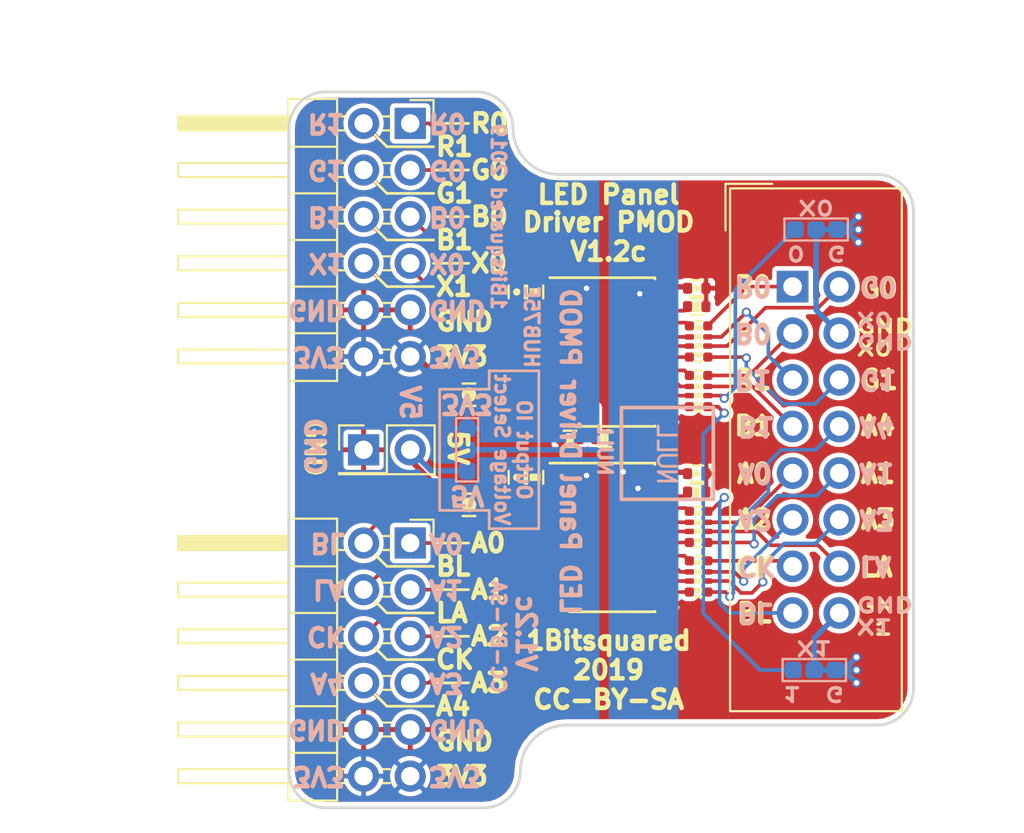
<source format=kicad_pcb>
(kicad_pcb (version 20171130) (host pcbnew 5.1.5-52549c5~86~ubuntu19.10.1)
  (title_block (title "iCEBreaker PMOD - LED Panel HUB75E") (rev V1.2c) (company 1BitSquared) (comment 1 "2018-2019 (C) 1BitSquared <info@1bitsquared.com>") (comment 2 "2018-2019 (C) Piotr Esden-Tempski <piotr@esden.net>") (comment 3 "License: CC-BY-SA 4.0"))
  (layers (0 F.Cu signal) (31 B.Cu signal) (34 B.Paste user) (35 F.Paste user) (36 B.SilkS user) (37 F.SilkS user) (38 B.Mask user) (39 F.Mask user) (44 Edge.Cuts user))
  (net 0 "")
  (net 1 GND)
  (net 2 +3V3)
  (net 3 +5V)
  (net 4 /VCCB)
  (net 5 "Net-(R2-Pad2)")
  (net 6 "Net-(R3-Pad1)")
  (net 7 "Net-(R4-Pad1)")
  (net 8 /iA3)
  (net 9 /iA2)
  (net 10 /iA1)
  (net 11 /iA0)
  (net 12 /iR1)
  (net 13 /iR0)
  (net 14 /iG1)
  (net 15 /iG0)
  (net 16 /iB1)
  (net 17 /iB0)
  (net 18 /A0)
  (net 19 /B1)
  (net 20 /B0)
  (net 21 /G1)
  (net 22 /G0)
  (net 23 /R1)
  (net 24 /R0)
  (net 25 /A1)
  (net 26 /A2)
  (net 27 /A3)
  (net 28 /B0x)
  (net 29 /R1x)
  (net 30 /R0x)
  (net 31 /B1x)
  (net 32 /A0x)
  (net 33 /A2x)
  (net 34 /G1x)
  (net 35 /A4x)
  (net 36 /G0x)
  (net 37 /A1x)
  (net 38 /A4)
  (net 39 /A3x)
  (net 40 /iA4)
  (net 41 /BLANKx)
  (net 42 /BLANK)
  (net 43 /SCLK)
  (net 44 /LATCH)
  (net 45 /LATCHx)
  (net 46 /SCLKx)
  (net 47 /iSCLK)
  (net 48 /iLATCH)
  (net 49 /iBLANK)
  (net 50 "Net-(J6-Pad16)")
  (net 51 /X1x)
  (net 52 /X0x)
  (net 53 "Net-(J3-Pad2)")
  (net 54 /X1)
  (net 55 /X0)
  (net 56 "Net-(R1-Pad1)")
  (net 57 /iX1)
  (net 58 /iX0)
  (module pkl_logos:null_Logo_SilkS_5mm (layer B.Cu) (at 58 44.2 90)
    (fp_text reference REF** hide)
    (fp_text value null_Logo_SilkS_5mm hide)
  )
  (module Connector_IDC:IDC-Header_2x08_P2.54mm_Vertical (layer F.Cu) (at 64.82 35.11)
    (fp_text reference J6 hide)
    (fp_text value Conn_02x08_Odd_Even hide)
    (pad 1 thru_hole rect (at 0 0) (size 1.7272 1.7272) (drill 1.016) (layers *.Cu *.Mask) (net 30 /R0x))
    (pad 2 thru_hole oval (at 2.54 0) (size 1.7272 1.7272) (drill 1.016) (layers *.Cu *.Mask) (net 36 /G0x))
    (pad 3 thru_hole oval (at 0 2.54) (size 1.7272 1.7272) (drill 1.016) (layers *.Cu *.Mask) (net 28 /B0x))
    (pad 4 thru_hole oval (at 2.54 2.54) (size 1.7272 1.7272) (drill 1.016) (layers *.Cu *.Mask) (net 53 "Net-(J3-Pad2)"))
    (pad 5 thru_hole oval (at 0 5.08) (size 1.7272 1.7272) (drill 1.016) (layers *.Cu *.Mask) (net 29 /R1x))
    (pad 6 thru_hole oval (at 2.54 5.08) (size 1.7272 1.7272) (drill 1.016) (layers *.Cu *.Mask) (net 34 /G1x))
    (pad 7 thru_hole oval (at 0 7.62) (size 1.7272 1.7272) (drill 1.016) (layers *.Cu *.Mask) (net 31 /B1x))
    (pad 8 thru_hole oval (at 2.54 7.62) (size 1.7272 1.7272) (drill 1.016) (layers *.Cu *.Mask) (net 35 /A4x))
    (pad 9 thru_hole oval (at 0 10.16) (size 1.7272 1.7272) (drill 1.016) (layers *.Cu *.Mask) (net 32 /A0x))
    (pad 10 thru_hole oval (at 2.54 10.16) (size 1.7272 1.7272) (drill 1.016) (layers *.Cu *.Mask) (net 37 /A1x))
    (pad 11 thru_hole oval (at 0 12.7) (size 1.7272 1.7272) (drill 1.016) (layers *.Cu *.Mask) (net 33 /A2x))
    (pad 12 thru_hole oval (at 2.54 12.7) (size 1.7272 1.7272) (drill 1.016) (layers *.Cu *.Mask) (net 39 /A3x))
    (pad 13 thru_hole oval (at 0 15.24) (size 1.7272 1.7272) (drill 1.016) (layers *.Cu *.Mask) (net 46 /SCLKx))
    (pad 14 thru_hole oval (at 2.54 15.24) (size 1.7272 1.7272) (drill 1.016) (layers *.Cu *.Mask) (net 45 /LATCHx))
    (pad 15 thru_hole oval (at 0 17.78) (size 1.7272 1.7272) (drill 1.016) (layers *.Cu *.Mask) (net 41 /BLANKx))
    (pad 16 thru_hole oval (at 2.54 17.78) (size 1.7272 1.7272) (drill 1.016) (layers *.Cu *.Mask) (net 50 "Net-(J6-Pad16)"))
  )
  (module pkl_dipol:C_0402 (layer F.Cu) (at 49.8 35.4 90)
    (fp_text reference C3)
    (fp_text value 100n)
    (pad 2 smd roundrect (at 0.5 0 90) (size 0.5 0.6) (layers F.Cu F.Paste F.Mask) (net 2 +3V3))
    (pad 1 smd roundrect (at -0.5 0 90) (size 0.5 0.6) (layers F.Cu F.Paste F.Mask) (net 1 GND))
  )
  (module pkl_dipol:C_0402 (layer F.Cu) (at 49.8 45.5 90)
    (fp_text reference C4)
    (fp_text value 100n)
    (pad 1 smd roundrect (at -0.5 0 90) (size 0.5 0.6) (layers F.Cu F.Paste F.Mask) (net 1 GND))
    (pad 2 smd roundrect (at 0.5 0 90) (size 0.5 0.6) (layers F.Cu F.Paste F.Mask) (net 2 +3V3))
  )
  (module pkl_dipol:C_0402 (layer F.Cu) (at 59.6 35.2 180)
    (fp_text reference C5)
    (fp_text value 100n)
    (pad 2 smd roundrect (at 0.5 0 180) (size 0.5 0.6) (layers F.Cu F.Paste F.Mask) (net 4 /VCCB))
    (pad 1 smd roundrect (at -0.5 0 180) (size 0.5 0.6) (layers F.Cu F.Paste F.Mask) (net 1 GND))
  )
  (module pkl_dipol:C_0402 (layer F.Cu) (at 59.6 45.3 180)
    (fp_text reference C6)
    (fp_text value 100n)
    (pad 1 smd roundrect (at -0.5 0 180) (size 0.5 0.6) (layers F.Cu F.Paste F.Mask) (net 1 GND))
    (pad 2 smd roundrect (at 0.5 0 180) (size 0.5 0.6) (layers F.Cu F.Paste F.Mask) (net 4 /VCCB))
  )
  (module pkl_dipol:C_0603 (layer F.Cu) (at 47.2 47)
    (fp_text reference C2)
    (fp_text value 10u)
    (pad 1 smd roundrect (at -0.75 0) (size 0.6 0.9) (layers F.Cu F.Paste F.Mask) (net 3 +5V))
    (pad 2 smd roundrect (at 0.75 0) (size 0.6 0.9) (layers F.Cu F.Paste F.Mask) (net 1 GND))
  )
  (module pkl_dipol:R_0402 (layer F.Cu) (at 54.6 43.4)
    (fp_text reference R10)
    (fp_text value 10k)
    (pad 2 smd roundrect (at 0.5 0) (size 0.5 0.6) (layers F.Cu F.Paste F.Mask) (net 1 GND))
    (pad 1 smd roundrect (at -0.5 0) (size 0.5 0.6) (layers F.Cu F.Paste F.Mask) (net 58 /iX0))
  )
  (module pkl_dipol:R_0402 (layer F.Cu) (at 52.7 43.4 180)
    (fp_text reference R9)
    (fp_text value 10k)
    (pad 1 smd roundrect (at -0.5 0 180) (size 0.5 0.6) (layers F.Cu F.Paste F.Mask) (net 57 /iX1))
    (pad 2 smd roundrect (at 0.5 0 180) (size 0.5 0.6) (layers F.Cu F.Paste F.Mask) (net 1 GND))
  )
  (module pkl_jumpers:J_NCNO_0903_30 (layer B.Cu) (at 66.1 32 180)
    (fp_text reference J3)
    (fp_text value jmp)
    (fp_line (start -0.775 0) (end -0.375 0) (layer B.Cu) (width 0.3))
    (pad 3 smd roundrect (at 1.15 0 180) (size 0.95 0.9) (layers B.Cu B.Paste B.Mask) (net 52 /X0x))
    (pad 2 smd roundrect (at 0 0 180) (size 0.95 0.9) (layers B.Cu B.Paste B.Mask) (net 53 "Net-(J3-Pad2)"))
    (pad 1 smd roundrect (at -1.15 0 180) (size 0.95 0.9) (layers B.Cu B.Paste B.Mask) (net 1 GND))
  )
  (module pkl_jumpers:J_NCNO_0903_30 (layer B.Cu) (at 66 56 180)
    (fp_text reference J7)
    (fp_text value jmp)
    (fp_line (start -0.775 0) (end -0.375 0) (layer B.Cu) (width 0.3))
    (pad 1 smd roundrect (at -1.15 0 180) (size 0.95 0.9) (layers B.Cu B.Paste B.Mask) (net 1 GND))
    (pad 2 smd roundrect (at 0 0 180) (size 0.95 0.9) (layers B.Cu B.Paste B.Mask) (net 50 "Net-(J6-Pad16)"))
    (pad 3 smd roundrect (at 1.15 0 180) (size 0.95 0.9) (layers B.Cu B.Paste B.Mask) (net 51 /X1x))
  )
  (module pkl_dipol:R_Array_Convex_4x0402 (layer F.Cu) (at 59.7 50.9)
    (fp_text reference R8)
    (fp_text value 33E)
    (pad 8 smd roundrect (at 0.5 0.85) (size 0.5 0.5) (layers F.Cu F.Paste F.Mask) (net 35 /A4x))
    (pad 6 smd roundrect (at 0.5 0.25) (size 0.5 0.3) (layers F.Cu F.Paste F.Mask) (net 39 /A3x))
    (pad 4 smd roundrect (at 0.5 -0.25) (size 0.5 0.3) (layers F.Cu F.Paste F.Mask) (net 33 /A2x))
    (pad 2 smd roundrect (at 0.5 -0.85) (size 0.5 0.5) (layers F.Cu F.Paste F.Mask) (net 46 /SCLKx))
    (pad 7 smd roundrect (at -0.5 0.85) (size 0.5 0.5) (layers F.Cu F.Paste F.Mask) (net 38 /A4))
    (pad 1 smd roundrect (at -0.5 -0.85) (size 0.5 0.5) (layers F.Cu F.Paste F.Mask) (net 43 /SCLK))
    (pad 5 smd roundrect (at -0.5 0.25) (size 0.5 0.3) (layers F.Cu F.Paste F.Mask) (net 27 /A3))
    (pad 3 smd roundrect (at -0.5 -0.25) (size 0.5 0.3) (layers F.Cu F.Paste F.Mask) (net 26 /A2))
  )
  (module pkl_dipol:R_Array_Convex_4x0402 (layer F.Cu) (at 59.7 48.2)
    (fp_text reference R7)
    (fp_text value 33E)
    (pad 3 smd roundrect (at -0.5 -0.25) (size 0.5 0.3) (layers F.Cu F.Paste F.Mask) (net 18 /A0))
    (pad 5 smd roundrect (at -0.5 0.25) (size 0.5 0.3) (layers F.Cu F.Paste F.Mask) (net 44 /LATCH))
    (pad 1 smd roundrect (at -0.5 -0.85) (size 0.5 0.5) (layers F.Cu F.Paste F.Mask) (net 42 /BLANK))
    (pad 7 smd roundrect (at -0.5 0.85) (size 0.5 0.5) (layers F.Cu F.Paste F.Mask) (net 25 /A1))
    (pad 2 smd roundrect (at 0.5 -0.85) (size 0.5 0.5) (layers F.Cu F.Paste F.Mask) (net 41 /BLANKx))
    (pad 4 smd roundrect (at 0.5 -0.25) (size 0.5 0.3) (layers F.Cu F.Paste F.Mask) (net 32 /A0x))
    (pad 6 smd roundrect (at 0.5 0.25) (size 0.5 0.3) (layers F.Cu F.Paste F.Mask) (net 45 /LATCHx))
    (pad 8 smd roundrect (at 0.5 0.85) (size 0.5 0.5) (layers F.Cu F.Paste F.Mask) (net 37 /A1x))
  )
  (module pkl_dipol:R_Array_Convex_4x0402 (layer F.Cu) (at 59.7 40.8)
    (fp_text reference R6)
    (fp_text value 33E)
    (pad 8 smd roundrect (at 0.5 0.85) (size 0.5 0.5) (layers F.Cu F.Paste F.Mask) (net 51 /X1x))
    (pad 6 smd roundrect (at 0.5 0.25) (size 0.5 0.3) (layers F.Cu F.Paste F.Mask) (net 52 /X0x))
    (pad 4 smd roundrect (at 0.5 -0.25) (size 0.5 0.3) (layers F.Cu F.Paste F.Mask) (net 31 /B1x))
    (pad 2 smd roundrect (at 0.5 -0.85) (size 0.5 0.5) (layers F.Cu F.Paste F.Mask) (net 28 /B0x))
    (pad 7 smd roundrect (at -0.5 0.85) (size 0.5 0.5) (layers F.Cu F.Paste F.Mask) (net 54 /X1))
    (pad 1 smd roundrect (at -0.5 -0.85) (size 0.5 0.5) (layers F.Cu F.Paste F.Mask) (net 20 /B0))
    (pad 5 smd roundrect (at -0.5 0.25) (size 0.5 0.3) (layers F.Cu F.Paste F.Mask) (net 55 /X0))
    (pad 3 smd roundrect (at -0.5 -0.25) (size 0.5 0.3) (layers F.Cu F.Paste F.Mask) (net 19 /B1))
  )
  (module pkl_dipol:R_Array_Convex_4x0402 (layer F.Cu) (at 59.7 38.1)
    (fp_text reference R5)
    (fp_text value 33E)
    (pad 3 smd roundrect (at -0.5 -0.25) (size 0.5 0.3) (layers F.Cu F.Paste F.Mask) (net 23 /R1))
    (pad 5 smd roundrect (at -0.5 0.25) (size 0.5 0.3) (layers F.Cu F.Paste F.Mask) (net 22 /G0))
    (pad 1 smd roundrect (at -0.5 -0.85) (size 0.5 0.5) (layers F.Cu F.Paste F.Mask) (net 24 /R0))
    (pad 7 smd roundrect (at -0.5 0.85) (size 0.5 0.5) (layers F.Cu F.Paste F.Mask) (net 21 /G1))
    (pad 2 smd roundrect (at 0.5 -0.85) (size 0.5 0.5) (layers F.Cu F.Paste F.Mask) (net 30 /R0x))
    (pad 4 smd roundrect (at 0.5 -0.25) (size 0.5 0.3) (layers F.Cu F.Paste F.Mask) (net 29 /R1x))
    (pad 6 smd roundrect (at 0.5 0.25) (size 0.5 0.3) (layers F.Cu F.Paste F.Mask) (net 36 /G0x))
    (pad 8 smd roundrect (at 0.5 0.85) (size 0.5 0.5) (layers F.Cu F.Paste F.Mask) (net 34 /G1x))
  )
  (module pkl_jumpers:J_NCNO_0903_30 (layer B.Cu) (at 47.1 44 270)
    (fp_text reference J5)
    (fp_text value jmp)
    (fp_line (start -0.775 0) (end -0.375 0) (layer B.Cu) (width 0.3))
    (pad 1 smd roundrect (at -1.15 0 270) (size 0.95 0.9) (layers B.Cu B.Paste B.Mask) (net 2 +3V3))
    (pad 2 smd roundrect (at 0 0 270) (size 0.95 0.9) (layers B.Cu B.Paste B.Mask) (net 4 /VCCB))
    (pad 3 smd roundrect (at 1.15 0 270) (size 0.95 0.9) (layers B.Cu B.Paste B.Mask) (net 3 +5V))
  )
  (module Connector_PinHeader_2.54mm:PinHeader_2x01_P2.54mm_Vertical (layer F.Cu) (at 41.46 44)
    (fp_text reference J1)
    (fp_text value 5V)
    (pad 1 thru_hole rect (at 0 0) (size 1.7 1.7) (drill 1) (layers *.Cu *.Mask) (net 1 GND))
    (pad 2 thru_hole oval (at 2.54 0) (size 1.7 1.7) (drill 1) (layers *.Cu *.Mask) (net 3 +5V))
  )
  (module Package_SO:TSSOP-24_4.4x7.8mm_P0.65mm (layer F.Cu) (at 55 38.7)
    (fp_text reference U1)
    (fp_text value SN74LVC8T245)
    (pad 1 smd roundrect (at -2.85 -3.575) (size 1.1 0.4) (layers F.Cu F.Paste F.Mask) (net 2 +3V3))
    (pad 2 smd roundrect (at -2.85 -2.925) (size 1.1 0.4) (layers F.Cu F.Paste F.Mask) (net 56 "Net-(R1-Pad1)"))
    (pad 3 smd roundrect (at -2.85 -2.275) (size 1.1 0.4) (layers F.Cu F.Paste F.Mask) (net 13 /iR0))
    (pad 4 smd roundrect (at -2.85 -1.625) (size 1.1 0.4) (layers F.Cu F.Paste F.Mask) (net 12 /iR1))
    (pad 5 smd roundrect (at -2.85 -0.975) (size 1.1 0.4) (layers F.Cu F.Paste F.Mask) (net 15 /iG0))
    (pad 6 smd roundrect (at -2.85 -0.325) (size 1.1 0.4) (layers F.Cu F.Paste F.Mask) (net 14 /iG1))
    (pad 7 smd roundrect (at -2.85 0.325) (size 1.1 0.4) (layers F.Cu F.Paste F.Mask) (net 17 /iB0))
    (pad 8 smd roundrect (at -2.85 0.975) (size 1.1 0.4) (layers F.Cu F.Paste F.Mask) (net 16 /iB1))
    (pad 9 smd roundrect (at -2.85 1.625) (size 1.1 0.4) (layers F.Cu F.Paste F.Mask) (net 58 /iX0))
    (pad 10 smd roundrect (at -2.85 2.275) (size 1.1 0.4) (layers F.Cu F.Paste F.Mask) (net 57 /iX1))
    (pad 11 smd roundrect (at -2.85 2.925) (size 1.1 0.4) (layers F.Cu F.Paste F.Mask) (net 1 GND))
    (pad 12 smd roundrect (at -2.85 3.575) (size 1.1 0.4) (layers F.Cu F.Paste F.Mask) (net 1 GND))
    (pad 13 smd roundrect (at 2.85 3.575) (size 1.1 0.4) (layers F.Cu F.Paste F.Mask) (net 1 GND))
    (pad 14 smd roundrect (at 2.85 2.925) (size 1.1 0.4) (layers F.Cu F.Paste F.Mask) (net 54 /X1))
    (pad 15 smd roundrect (at 2.85 2.275) (size 1.1 0.4) (layers F.Cu F.Paste F.Mask) (net 55 /X0))
    (pad 16 smd roundrect (at 2.85 1.625) (size 1.1 0.4) (layers F.Cu F.Paste F.Mask) (net 19 /B1))
    (pad 17 smd roundrect (at 2.85 0.975) (size 1.1 0.4) (layers F.Cu F.Paste F.Mask) (net 20 /B0))
    (pad 18 smd roundrect (at 2.85 0.325) (size 1.1 0.4) (layers F.Cu F.Paste F.Mask) (net 21 /G1))
    (pad 19 smd roundrect (at 2.85 -0.325) (size 1.1 0.4) (layers F.Cu F.Paste F.Mask) (net 22 /G0))
    (pad 20 smd roundrect (at 2.85 -0.975) (size 1.1 0.4) (layers F.Cu F.Paste F.Mask) (net 23 /R1))
    (pad 21 smd roundrect (at 2.85 -1.625) (size 1.1 0.4) (layers F.Cu F.Paste F.Mask) (net 24 /R0))
    (pad 22 smd roundrect (at 2.85 -2.275) (size 1.1 0.4) (layers F.Cu F.Paste F.Mask) (net 6 "Net-(R3-Pad1)"))
    (pad 23 smd roundrect (at 2.85 -2.925) (size 1.1 0.4) (layers F.Cu F.Paste F.Mask) (net 4 /VCCB))
    (pad 24 smd roundrect (at 2.85 -3.575) (size 1.1 0.4) (layers F.Cu F.Paste F.Mask) (net 4 /VCCB))
  )
  (module Package_SO:TSSOP-24_4.4x7.8mm_P0.65mm (layer F.Cu) (at 55 48.8)
    (fp_text reference U2)
    (fp_text value SN74LVC8T245)
    (pad 24 smd roundrect (at 2.85 -3.575) (size 1.1 0.4) (layers F.Cu F.Paste F.Mask) (net 4 /VCCB))
    (pad 23 smd roundrect (at 2.85 -2.925) (size 1.1 0.4) (layers F.Cu F.Paste F.Mask) (net 4 /VCCB))
    (pad 22 smd roundrect (at 2.85 -2.275) (size 1.1 0.4) (layers F.Cu F.Paste F.Mask) (net 7 "Net-(R4-Pad1)"))
    (pad 21 smd roundrect (at 2.85 -1.625) (size 1.1 0.4) (layers F.Cu F.Paste F.Mask) (net 42 /BLANK))
    (pad 20 smd roundrect (at 2.85 -0.975) (size 1.1 0.4) (layers F.Cu F.Paste F.Mask) (net 18 /A0))
    (pad 19 smd roundrect (at 2.85 -0.325) (size 1.1 0.4) (layers F.Cu F.Paste F.Mask) (net 44 /LATCH))
    (pad 18 smd roundrect (at 2.85 0.325) (size 1.1 0.4) (layers F.Cu F.Paste F.Mask) (net 25 /A1))
    (pad 17 smd roundrect (at 2.85 0.975) (size 1.1 0.4) (layers F.Cu F.Paste F.Mask) (net 43 /SCLK))
    (pad 16 smd roundrect (at 2.85 1.625) (size 1.1 0.4) (layers F.Cu F.Paste F.Mask) (net 26 /A2))
    (pad 15 smd roundrect (at 2.85 2.275) (size 1.1 0.4) (layers F.Cu F.Paste F.Mask) (net 27 /A3))
    (pad 14 smd roundrect (at 2.85 2.925) (size 1.1 0.4) (layers F.Cu F.Paste F.Mask) (net 38 /A4))
    (pad 13 smd roundrect (at 2.85 3.575) (size 1.1 0.4) (layers F.Cu F.Paste F.Mask) (net 1 GND))
    (pad 12 smd roundrect (at -2.85 3.575) (size 1.1 0.4) (layers F.Cu F.Paste F.Mask) (net 1 GND))
    (pad 11 smd roundrect (at -2.85 2.925) (size 1.1 0.4) (layers F.Cu F.Paste F.Mask) (net 1 GND))
    (pad 10 smd roundrect (at -2.85 2.275) (size 1.1 0.4) (layers F.Cu F.Paste F.Mask) (net 40 /iA4))
    (pad 9 smd roundrect (at -2.85 1.625) (size 1.1 0.4) (layers F.Cu F.Paste F.Mask) (net 8 /iA3))
    (pad 8 smd roundrect (at -2.85 0.975) (size 1.1 0.4) (layers F.Cu F.Paste F.Mask) (net 9 /iA2))
    (pad 7 smd roundrect (at -2.85 0.325) (size 1.1 0.4) (layers F.Cu F.Paste F.Mask) (net 47 /iSCLK))
    (pad 6 smd roundrect (at -2.85 -0.325) (size 1.1 0.4) (layers F.Cu F.Paste F.Mask) (net 10 /iA1))
    (pad 5 smd roundrect (at -2.85 -0.975) (size 1.1 0.4) (layers F.Cu F.Paste F.Mask) (net 48 /iLATCH))
    (pad 4 smd roundrect (at -2.85 -1.625) (size 1.1 0.4) (layers F.Cu F.Paste F.Mask) (net 11 /iA0))
    (pad 3 smd roundrect (at -2.85 -2.275) (size 1.1 0.4) (layers F.Cu F.Paste F.Mask) (net 49 /iBLANK))
    (pad 2 smd roundrect (at -2.85 -2.925) (size 1.1 0.4) (layers F.Cu F.Paste F.Mask) (net 5 "Net-(R2-Pad2)"))
    (pad 1 smd roundrect (at -2.85 -3.575) (size 1.1 0.4) (layers F.Cu F.Paste F.Mask) (net 2 +3V3))
  )
  (module pkl_dipol:C_0603 (layer F.Cu) (at 47.2 41)
    (fp_text reference C1)
    (fp_text value 10u)
    (pad 1 smd roundrect (at -0.75 0) (size 0.6 0.9) (layers F.Cu F.Paste F.Mask) (net 2 +3V3))
    (pad 2 smd roundrect (at 0.75 0) (size 0.6 0.9) (layers F.Cu F.Paste F.Mask) (net 1 GND))
  )
  (module pkl_dipol:R_0402 (layer F.Cu) (at 59.6 46.3)
    (fp_text reference R4)
    (fp_text value 10k)
    (pad 2 smd roundrect (at 0.5 0) (size 0.5 0.6) (layers F.Cu F.Paste F.Mask) (net 1 GND))
    (pad 1 smd roundrect (at -0.5 0) (size 0.5 0.6) (layers F.Cu F.Paste F.Mask) (net 7 "Net-(R4-Pad1)"))
  )
  (module pkl_dipol:R_0402 (layer F.Cu) (at 59.6 36.2)
    (fp_text reference R3)
    (fp_text value 10k)
    (pad 1 smd roundrect (at -0.5 0) (size 0.5 0.6) (layers F.Cu F.Paste F.Mask) (net 6 "Net-(R3-Pad1)"))
    (pad 2 smd roundrect (at 0.5 0) (size 0.5 0.6) (layers F.Cu F.Paste F.Mask) (net 1 GND))
  )
  (module pkl_dipol:R_0402 (layer F.Cu) (at 50.8 45.5 270)
    (fp_text reference R2)
    (fp_text value 10k)
    (pad 2 smd roundrect (at 0.5 0 270) (size 0.5 0.6) (layers F.Cu F.Paste F.Mask) (net 5 "Net-(R2-Pad2)"))
    (pad 1 smd roundrect (at -0.5 0 270) (size 0.5 0.6) (layers F.Cu F.Paste F.Mask) (net 2 +3V3))
  )
  (module pkl_dipol:R_0402 (layer F.Cu) (at 50.8 35.4 90)
    (fp_text reference R1)
    (fp_text value 10k)
    (pad 1 smd roundrect (at -0.5 0 90) (size 0.5 0.6) (layers F.Cu F.Paste F.Mask) (net 56 "Net-(R1-Pad1)"))
    (pad 2 smd roundrect (at 0.5 0 90) (size 0.5 0.6) (layers F.Cu F.Paste F.Mask) (net 2 +3V3))
  )
  (module pkl_connectors:PMODHeader_2x06_P2.54mm_Horizontal (layer F.Cu) (at 44 38.92 180)
    (fp_text reference J4)
    (fp_text value PMOD)
    (pad 7 thru_hole circle (at 2.54 12.7 180) (size 1.7 1.7) (drill 1) (layers *.Cu *.Mask) (net 12 /iR1))
    (pad 1 thru_hole rect (at 0 12.7 180) (size 1.7 1.7) (drill 1) (layers *.Cu *.Mask) (net 13 /iR0))
    (pad 8 thru_hole oval (at 2.54 10.16 180) (size 1.7 1.7) (drill 1) (layers *.Cu *.Mask) (net 14 /iG1))
    (pad 2 thru_hole oval (at 0 10.16 180) (size 1.7 1.7) (drill 1) (layers *.Cu *.Mask) (net 15 /iG0))
    (pad 9 thru_hole oval (at 2.54 7.62 180) (size 1.7 1.7) (drill 1) (layers *.Cu *.Mask) (net 16 /iB1))
    (pad 3 thru_hole oval (at 0 7.62 180) (size 1.7 1.7) (drill 1) (layers *.Cu *.Mask) (net 17 /iB0))
    (pad 10 thru_hole oval (at 2.54 5.08 180) (size 1.7 1.7) (drill 1) (layers *.Cu *.Mask) (net 57 /iX1))
    (pad 4 thru_hole oval (at 0 5.08 180) (size 1.7 1.7) (drill 1) (layers *.Cu *.Mask) (net 58 /iX0))
    (pad 11 thru_hole oval (at 2.54 2.54 180) (size 1.7 1.7) (drill 1) (layers *.Cu *.Mask) (net 1 GND))
    (pad 5 thru_hole oval (at 0 2.54 180) (size 1.7 1.7) (drill 1) (layers *.Cu *.Mask) (net 1 GND))
    (pad 12 thru_hole oval (at 2.54 0 180) (size 1.7 1.7) (drill 1) (layers *.Cu *.Mask) (net 2 +3V3))
    (pad 6 thru_hole circle (at 0 0 180) (size 1.7 1.7) (drill 1) (layers *.Cu *.Mask) (net 2 +3V3))
  )
  (module pkl_connectors:PMODHeader_2x06_P2.54mm_Horizontal (layer F.Cu) (at 44 61.78 180)
    (fp_text reference J2)
    (fp_text value PMOD)
    (pad 6 thru_hole circle (at 0 0 180) (size 1.7 1.7) (drill 1) (layers *.Cu *.Mask) (net 2 +3V3))
    (pad 12 thru_hole oval (at 2.54 0 180) (size 1.7 1.7) (drill 1) (layers *.Cu *.Mask) (net 2 +3V3))
    (pad 5 thru_hole oval (at 0 2.54 180) (size 1.7 1.7) (drill 1) (layers *.Cu *.Mask) (net 1 GND))
    (pad 11 thru_hole oval (at 2.54 2.54 180) (size 1.7 1.7) (drill 1) (layers *.Cu *.Mask) (net 1 GND))
    (pad 4 thru_hole oval (at 0 5.08 180) (size 1.7 1.7) (drill 1) (layers *.Cu *.Mask) (net 8 /iA3))
    (pad 10 thru_hole oval (at 2.54 5.08 180) (size 1.7 1.7) (drill 1) (layers *.Cu *.Mask) (net 40 /iA4))
    (pad 3 thru_hole oval (at 0 7.62 180) (size 1.7 1.7) (drill 1) (layers *.Cu *.Mask) (net 9 /iA2))
    (pad 9 thru_hole oval (at 2.54 7.62 180) (size 1.7 1.7) (drill 1) (layers *.Cu *.Mask) (net 47 /iSCLK))
    (pad 2 thru_hole oval (at 0 10.16 180) (size 1.7 1.7) (drill 1) (layers *.Cu *.Mask) (net 10 /iA1))
    (pad 8 thru_hole oval (at 2.54 10.16 180) (size 1.7 1.7) (drill 1) (layers *.Cu *.Mask) (net 48 /iLATCH))
    (pad 1 thru_hole rect (at 0 12.7 180) (size 1.7 1.7) (drill 1) (layers *.Cu *.Mask) (net 11 /iA0))
    (pad 7 thru_hole circle (at 2.54 12.7 180) (size 1.7 1.7) (drill 1) (layers *.Cu *.Mask) (net 49 /iBLANK))
  )
  (gr_text NULL (at 54.6 44 270) (layer B.SilkS) (effects (font (size 0.75 0.75) (thickness 0.1875)) (justify mirror)))
  (gr_text GND (at 38.8 45.5 270) (layer B.SilkS) (effects (font (size 1 1) (thickness 0.25)) (justify left mirror)))
  (gr_text 5V (at 44 42.5 270) (layer B.SilkS) (effects (font (size 1 1) (thickness 0.25)) (justify left mirror)))
  (gr_text HUB75E (at 50.6 37.3 270) (layer B.SilkS) (effects (font (size 0.75 0.75) (thickness 0.1875)) (justify mirror)))
  (gr_text 1 (at 64.8 57.3 180) (layer B.SilkS) (effects (font (size 0.75 1) (thickness 0.1875)) (justify mirror)))
  (gr_text G (at 67.1 57.3 180) (layer B.SilkS) (effects (font (size 0.75 1) (thickness 0.1875)) (justify mirror)))
  (gr_text 0 (at 65 33.3 180) (layer B.SilkS) (effects (font (size 0.75 1) (thickness 0.1875)) (justify mirror)))
  (gr_text G (at 67.2 33.3 180) (layer B.SilkS) (effects (font (size 0.75 1) (thickness 0.1875)) (justify mirror)))
  (gr_text X0 (at 66.1 30.8 180) (layer B.SilkS) (effects (font (size 0.75 1) (thickness 0.1875)) (justify mirror)))
  (gr_text X1 (at 66 54.8 180) (layer B.SilkS) (effects (font (size 0.75 1) (thickness 0.1875)) (justify mirror)))
  (gr_text "Driver PMOD" (at 54.8 31.6) (layer F.SilkS) (effects (font (size 1 1) (thickness 0.25))))
  (gr_text 3V3 (at 40.571 61.78 180) (layer B.SilkS) (effects (font (size 1 1) (thickness 0.25)) (justify right mirror)))
  (gr_text 3V3 (at 44.889 61.78 180) (layer B.SilkS) (effects (font (size 1 1) (thickness 0.25)) (justify left mirror)))
  (gr_text GND (at 40.571 59.24 180) (layer B.SilkS) (effects (font (size 1 1) (thickness 0.25)) (justify right mirror)))
  (gr_text GND (at 44.889 59.24 180) (layer B.SilkS) (effects (font (size 1 1) (thickness 0.25)) (justify left mirror)))
  (gr_text A4 (at 40.571 56.7 180) (layer B.SilkS) (effects (font (size 1 1) (thickness 0.25)) (justify right mirror)))
  (gr_text A3 (at 44.889 56.7 180) (layer B.SilkS) (effects (font (size 1 1) (thickness 0.25)) (justify left mirror)))
  (gr_text CK (at 40.571 54.16 180) (layer B.SilkS) (effects (font (size 1 1) (thickness 0.25)) (justify right mirror)))
  (gr_text A2 (at 44.889 54.16 180) (layer B.SilkS) (effects (font (size 1 1) (thickness 0.25)) (justify left mirror)))
  (gr_text LA (at 40.571 51.62 180) (layer B.SilkS) (effects (font (size 1 1) (thickness 0.25)) (justify right mirror)))
  (gr_text A1 (at 44.889 51.62 180) (layer B.SilkS) (effects (font (size 1 1) (thickness 0.25)) (justify left mirror)))
  (gr_text 3V3 (at 44.889 38.92 180) (layer B.SilkS) (effects (font (size 1 1) (thickness 0.25)) (justify left mirror)))
  (gr_text BL (at 40.571 49.08 180) (layer B.SilkS) (effects (font (size 1 1) (thickness 0.25)) (justify right mirror)))
  (gr_text A0 (at 44.889 49.08 180) (layer B.SilkS) (effects (font (size 1 1) (thickness 0.25)) (justify left mirror)))
  (gr_line (start 48.3 40.7) (end 45.6 40.7) (layer B.SilkS) (width 0.15))
  (gr_line (start 48.3 39.7) (end 48.3 40.7) (layer B.SilkS) (width 0.15))
  (gr_line (start 48.3 47.3) (end 45.6 47.3) (layer B.SilkS) (width 0.15))
  (gr_line (start 48.3 48.3) (end 48.3 47.3) (layer B.SilkS) (width 0.15))
  (gr_text GND (at 40.571 36.38 180) (layer B.SilkS) (effects (font (size 1 1) (thickness 0.25)) (justify right mirror)))
  (gr_text 3V3 (at 40.571 38.92 180) (layer B.SilkS) (effects (font (size 1 1) (thickness 0.25)) (justify right mirror)))
  (gr_text GND (at 44.889 36.38 180) (layer B.SilkS) (effects (font (size 1 1) (thickness 0.25)) (justify left mirror)))
  (gr_text X1 (at 40.571 33.84 180) (layer B.SilkS) (effects (font (size 1 1) (thickness 0.25)) (justify right mirror)))
  (gr_text X0 (at 44.889 33.84 180) (layer B.SilkS) (effects (font (size 1 1) (thickness 0.25)) (justify left mirror)))
  (gr_text B1 (at 40.571 31.3 180) (layer B.SilkS) (effects (font (size 1 1) (thickness 0.25)) (justify right mirror)))
  (gr_text B0 (at 44.889 31.3 180) (layer B.SilkS) (effects (font (size 1 1) (thickness 0.25)) (justify left mirror)))
  (gr_text G1 (at 40.571 28.76 180) (layer B.SilkS) (effects (font (size 1 1) (thickness 0.25)) (justify right mirror)))
  (gr_text G0 (at 44.889 28.76 180) (layer B.SilkS) (effects (font (size 1 1) (thickness 0.25)) (justify left mirror)))
  (gr_text R1 (at 40.571 26.22 180) (layer B.SilkS) (effects (font (size 1 1) (thickness 0.25)) (justify right mirror)))
  (gr_text R0 (at 44.889 26.2 180) (layer B.SilkS) (effects (font (size 1 1) (thickness 0.25)) (justify left mirror)))
  (gr_text G1 (at 68.33 40.19 180) (layer B.SilkS) (effects (font (size 1 1) (thickness 0.25)) (justify left mirror)))
  (gr_text A4 (at 68.33 42.73 180) (layer B.SilkS) (effects (font (size 1 1) (thickness 0.25)) (justify left mirror)))
  (gr_text A1 (at 68.33 45.27 180) (layer B.SilkS) (effects (font (size 1 1) (thickness 0.25)) (justify left mirror)))
  (gr_text A3 (at 68.33 47.8 180) (layer B.SilkS) (effects (font (size 1 1) (thickness 0.25)) (justify left mirror)))
  (gr_text "X1\nGND" (at 68.2 53 180) (layer B.SilkS) (effects (font (size 0.75 1) (thickness 0.1875)) (justify left mirror)))
  (gr_text LA (at 68.33 50.35 180) (layer B.SilkS) (effects (font (size 1 1) (thickness 0.25)) (justify left mirror)))
  (gr_text CC-BY-SA (at 48.8 54.2 270) (layer B.SilkS) (effects (font (size 0.75 0.75) (thickness 0.1875)) (justify mirror)))
  (gr_text "1Bitsquared 2019" (at 48.8 31.3 270) (layer B.SilkS) (effects (font (size 0.75 0.75) (thickness 0.1875)) (justify mirror)))
  (gr_text V1.2c (at 50.3 54 270) (layer B.SilkS) (effects (font (size 1 1) (thickness 0.25)) (justify mirror)))
  (gr_text BL (at 61.71 52.89 180) (layer B.SilkS) (effects (font (size 1 1) (thickness 0.25)) (justify left mirror)))
  (gr_text CK (at 61.71 50.35 180) (layer B.SilkS) (effects (font (size 1 1) (thickness 0.25)) (justify left mirror)))
  (gr_text A2 (at 61.71 47.8 180) (layer B.SilkS) (effects (font (size 1 1) (thickness 0.25)) (justify left mirror)))
  (gr_text A0 (at 61.71 45.27 180) (layer B.SilkS) (effects (font (size 1 1) (thickness 0.25)) (justify left mirror)))
  (gr_text B1 (at 61.71 42.73 180) (layer B.SilkS) (effects (font (size 1 1) (thickness 0.25)) (justify left mirror)))
  (gr_text R1 (at 63.8 40.19 180) (layer B.SilkS) (effects (font (size 1 1) (thickness 0.25)) (justify right mirror)))
  (gr_text B0 (at 63.8 37.65 180) (layer B.SilkS) (effects (font (size 1 1) (thickness 0.25)) (justify right mirror)))
  (gr_text R0 (at 63.8 35.11 180) (layer B.SilkS) (effects (font (size 1 1) (thickness 0.25)) (justify right mirror)))
  (gr_text "GND\nX0" (at 68.2 37.5 180) (layer B.SilkS) (effects (font (size 0.75 1) (thickness 0.1875)) (justify left mirror)))
  (gr_text G0 (at 68.33 35.11 180) (layer B.SilkS) (effects (font (size 1 1) (thickness 0.25)) (justify left mirror)))
  (gr_line (start 45.6 47.3) (end 45.6 40.7) (layer B.SilkS) (width 0.15))
  (gr_line (start 51 48.3) (end 48.3 48.3) (layer B.SilkS) (width 0.15))
  (gr_line (start 51 39.7) (end 51 48.3) (layer B.SilkS) (width 0.15))
  (gr_line (start 48.3 39.7) (end 51 39.7) (layer B.SilkS) (width 0.15))
  (gr_text "Output IO\nVoltage Select" (at 49.6 44 270) (layer B.SilkS) (effects (font (size 0.75 0.75) (thickness 0.1875)) (justify mirror)))
  (gr_text 3V3 (at 47.1 41.5 180) (layer B.SilkS) (effects (font (size 1 1) (thickness 0.25)) (justify mirror)))
  (gr_text 5V (at 47.1 46.5 180) (layer B.SilkS) (effects (font (size 1 1) (thickness 0.25)) (justify mirror)))
  (gr_text GND (at 38.8 42.2 270) (layer F.SilkS) (effects (font (size 1 1) (thickness 0.25)) (justify left)))
  (gr_text 5V (at 46.6 43.9 270) (layer F.SilkS) (effects (font (size 1 1) (thickness 0.25))))
  (gr_line (start 52.1 29) (end 69.4 29) (layer Edge.Cuts) (width 0.15))
  (gr_arc (start 52.1 26.5) (end 49.6 26.5) (angle -90) (layer Edge.Cuts) (width 0.15))
  (gr_arc (start 47.6 26.5) (end 47.6 24.5) (angle 90) (layer Edge.Cuts) (width 0.15))
  (gr_text "1Bitsquared\n2019\nCC-BY-SA" (at 54.8 56) (layer F.SilkS) (effects (font (size 1 1) (thickness 0.25))))
  (gr_line (start 52.5 59) (end 69.4 59) (layer Edge.Cuts) (width 0.15))
  (gr_arc (start 52.5 61.5) (end 52.5 59) (angle -90) (layer Edge.Cuts) (width 0.15))
  (gr_arc (start 48 61.5) (end 48 63.5) (angle -90) (layer Edge.Cuts) (width 0.15))
  (gr_text "GND\nX1" (at 68.2 53.1) (layer F.SilkS) (effects (font (size 0.75 1) (thickness 0.1875)) (justify left)))
  (gr_text BL (at 63.8 52.9) (layer F.SilkS) (effects (font (size 1 1) (thickness 0.25)) (justify right)))
  (gr_text LA (at 68.4 50.4) (layer F.SilkS) (effects (font (size 1 1) (thickness 0.25)) (justify left)))
  (gr_text CK (at 63.9 50.4) (layer F.SilkS) (effects (font (size 1 1) (thickness 0.25)) (justify right)))
  (gr_text A3 (at 68.4 47.8) (layer F.SilkS) (effects (font (size 1 1) (thickness 0.25)) (justify left)))
  (gr_text A2 (at 63.8 47.8) (layer F.SilkS) (effects (font (size 1 1) (thickness 0.25)) (justify right)))
  (gr_text A1 (at 68.4 45.3) (layer F.SilkS) (effects (font (size 1 1) (thickness 0.25)) (justify left)))
  (gr_text A0 (at 63.8 45.3) (layer F.SilkS) (effects (font (size 1 1) (thickness 0.25)) (justify right)))
  (gr_text A4 (at 68.4 42.7) (layer F.SilkS) (effects (font (size 1 1) (thickness 0.25)) (justify left)))
  (gr_text G1 (at 68.4 40.19) (layer F.SilkS) (effects (font (size 1 1) (thickness 0.25)) (justify left)))
  (gr_text B1 (at 63.8 42.7) (layer F.SilkS) (effects (font (size 1 1) (thickness 0.25)) (justify right)))
  (gr_text R1 (at 63.8 40.19) (layer F.SilkS) (effects (font (size 1 1) (thickness 0.25)) (justify right)))
  (gr_text "GND\nX0" (at 68.2 37.9) (layer F.SilkS) (effects (font (size 0.75 1) (thickness 0.1875)) (justify left)))
  (gr_text B0 (at 63.8 37.7) (layer F.SilkS) (effects (font (size 1 1) (thickness 0.25)) (justify right)))
  (gr_text G0 (at 68.4 35.2) (layer F.SilkS) (effects (font (size 1 1) (thickness 0.25)) (justify left)))
  (gr_text R0 (at 63.8 35.1) (layer F.SilkS) (effects (font (size 1 1) (thickness 0.25)) (justify right)))
  (gr_text GND (at 45.27 59.875) (layer F.SilkS) (effects (font (size 1 1) (thickness 0.25)) (justify left)))
  (gr_line (start 42.095 49.715) (end 42.73 50.35) (layer F.SilkS) (width 0.15))
  (gr_text A1 (at 47.175 51.62) (layer F.SilkS) (effects (font (size 1 1) (thickness 0.25)) (justify left)))
  (gr_line (start 45.27 56.7) (end 47.175 56.7) (layer F.SilkS) (width 0.15))
  (gr_line (start 45.27 51.62) (end 47.175 51.62) (layer F.SilkS) (width 0.15))
  (gr_text A4 (at 45.27 57.97) (layer F.SilkS) (effects (font (size 1 1) (thickness 0.25)) (justify left)))
  (gr_text 3V3 (at 45.27 61.78) (layer F.SilkS) (effects (font (size 1 1) (thickness 0.25)) (justify left)))
  (gr_text CK (at 45.27 55.43) (layer F.SilkS) (effects (font (size 1 1) (thickness 0.25)) (justify left)))
  (gr_line (start 42.095 52.255) (end 42.73 52.89) (layer F.SilkS) (width 0.15))
  (gr_line (start 42.095 54.795) (end 42.73 55.43) (layer F.SilkS) (width 0.15))
  (gr_text A0 (at 47.175 49.08) (layer F.SilkS) (effects (font (size 1 1) (thickness 0.25)) (justify left)))
  (gr_text BL (at 45.27 50.35) (layer F.SilkS) (effects (font (size 1 1) (thickness 0.25)) (justify left)))
  (gr_line (start 42.095 57.335) (end 42.73 57.97) (layer F.SilkS) (width 0.15))
  (gr_text A3 (at 47.175 56.7) (layer F.SilkS) (effects (font (size 1 1) (thickness 0.25)) (justify left)))
  (gr_line (start 42.73 52.89) (end 45.27 52.89) (layer F.SilkS) (width 0.15))
  (gr_line (start 45.27 54.16) (end 47.175 54.16) (layer F.SilkS) (width 0.15))
  (gr_line (start 42.73 50.35) (end 45.27 50.35) (layer F.SilkS) (width 0.15))
  (gr_text A2 (at 47.175 54.16) (layer F.SilkS) (effects (font (size 1 1) (thickness 0.25)) (justify left)))
  (gr_line (start 45.27 49.08) (end 47.175 49.08) (layer F.SilkS) (width 0.15))
  (gr_line (start 42.73 55.43) (end 45.27 55.43) (layer F.SilkS) (width 0.15))
  (gr_line (start 42.73 57.97) (end 45.27 57.97) (layer F.SilkS) (width 0.15))
  (gr_text LA (at 45.27 52.89) (layer F.SilkS) (effects (font (size 1 1) (thickness 0.25)) (justify left)))
  (gr_line (start 42.73 35.11) (end 45.27 35.11) (layer F.SilkS) (width 0.15))
  (gr_line (start 42.095 34.475) (end 42.73 35.11) (layer F.SilkS) (width 0.15))
  (gr_line (start 45.27 33.84) (end 47.175 33.84) (layer F.SilkS) (width 0.15))
  (gr_text X1 (at 45.27 35.11) (layer F.SilkS) (effects (font (size 1 1) (thickness 0.25)) (justify left)))
  (gr_text X0 (at 47.175 33.84) (layer F.SilkS) (effects (font (size 1 1) (thickness 0.25)) (justify left)))
  (gr_line (start 42.73 32.57) (end 45.27 32.57) (layer F.SilkS) (width 0.15))
  (gr_line (start 42.095 31.935) (end 42.73 32.57) (layer F.SilkS) (width 0.15))
  (gr_line (start 45.27 31.3) (end 47.175 31.3) (layer F.SilkS) (width 0.15))
  (gr_line (start 42.73 30.03) (end 45.27 30.03) (layer F.SilkS) (width 0.15))
  (gr_line (start 42.095 29.395) (end 42.73 30.03) (layer F.SilkS) (width 0.15))
  (gr_line (start 45.27 28.76) (end 47.175 28.76) (layer F.SilkS) (width 0.15))
  (gr_line (start 42.73 27.49) (end 45.27 27.49) (layer F.SilkS) (width 0.15))
  (gr_line (start 42.095 26.855) (end 42.73 27.49) (layer F.SilkS) (width 0.15))
  (gr_line (start 45.27 26.22) (end 47.175 26.22) (layer F.SilkS) (width 0.15))
  (gr_text GND (at 45.27 37.015) (layer F.SilkS) (effects (font (size 1 1) (thickness 0.25)) (justify left)))
  (gr_text 3V3 (at 45.27 38.92) (layer F.SilkS) (effects (font (size 1 1) (thickness 0.25)) (justify left)))
  (gr_text B1 (at 45.27 32.57) (layer F.SilkS) (effects (font (size 1 1) (thickness 0.25)) (justify left)))
  (gr_text B0 (at 47.175 31.3) (layer F.SilkS) (effects (font (size 1 1) (thickness 0.25)) (justify left)))
  (gr_text G1 (at 45.27 30.03) (layer F.SilkS) (effects (font (size 1 1) (thickness 0.25)) (justify left)))
  (gr_text G0 (at 47.175 28.76) (layer F.SilkS) (effects (font (size 1 1) (thickness 0.25)) (justify left)))
  (gr_text R0 (at 47.175 26.22) (layer F.SilkS) (effects (font (size 1 1) (thickness 0.25)) (justify left)))
  (gr_text R1 (at 45.27 27.49) (layer F.SilkS) (effects (font (size 1 1) (thickness 0.25)) (justify left)))
  (gr_text V1.2c (at 54.8 33.2) (layer F.SilkS) (effects (font (size 1 1) (thickness 0.25))))
  (gr_text "LED Panel Driver PMOD" (at 52.7 44.1 270) (layer B.SilkS) (effects (font (size 1 1) (thickness 0.25)) (justify mirror)))
  (gr_text "LED Panel" (at 54.8 30.1) (layer F.SilkS) (effects (font (size 1 1) (thickness 0.25))))
  (gr_arc (start 69.4 31) (end 71.4 31) (angle -90) (layer Edge.Cuts) (width 0.15))
  (gr_arc (start 39.4 26.5) (end 39.4 24.5) (angle -90) (layer Edge.Cuts) (width 0.15))
  (gr_arc (start 39.4 61.5) (end 37.4 61.5) (angle -90) (layer Edge.Cuts) (width 0.15))
  (gr_arc (start 69.4 57) (end 69.4 59) (angle -90) (layer Edge.Cuts) (width 0.15))
  (gr_line (start 71.4 31) (end 71.4 57) (layer Edge.Cuts) (width 0.15))
  (gr_line (start 39.4 24.5) (end 47.6 24.5) (layer Edge.Cuts) (width 0.15))
  (gr_line (start 37.4 61.5) (end 37.4 26.503765) (layer Edge.Cuts) (width 0.15))
  (gr_line (start 48 63.5) (end 39.4 63.5) (layer Edge.Cuts) (width 0.15))
  (segment (start 49.8 35.9) (end 49.3 35.9) (width 0.3) (layer F.Cu) (net 1))
  (segment (start 49.3 35.9) (end 49.1 35.7) (width 0.3) (layer F.Cu) (net 1))
  (segment (start 52.15 43.35) (end 52.2 43.4) (width 0.3) (layer F.Cu) (net 1))
  (segment (start 52.15 42.275) (end 52.15 43.35) (width 0.3) (layer F.Cu) (net 1))
  (via (at 68.4 32) (size 0.5) (drill 0.3) (layers F.Cu B.Cu) (net 1))
  (segment (start 67.25 32) (end 68.4 32) (width 0.3) (layer B.Cu) (net 1))
  (via (at 68.3 56) (size 0.5) (drill 0.3) (layers F.Cu B.Cu) (net 1))
  (segment (start 67.15 56) (end 68.3 56) (width 0.3) (layer B.Cu) (net 1))
  (segment (start 67.15 56) (end 67.6 56) (width 0.3) (layer B.Cu) (net 1))
  (via (at 68.3 56.7) (size 0.5) (drill 0.3) (layers F.Cu B.Cu) (net 1))
  (segment (start 67.6 56) (end 68.3 56.7) (width 0.3) (layer B.Cu) (net 1))
  (via (at 68.3 55.300006) (size 0.5) (drill 0.3) (layers F.Cu B.Cu) (net 1))
  (segment (start 68.299994 55.300006) (end 68.3 55.300006) (width 0.3) (layer B.Cu) (net 1))
  (segment (start 67.6 56) (end 68.299994 55.300006) (width 0.3) (layer B.Cu) (net 1))
  (segment (start 67.25 32) (end 67.7 32) (width 0.3) (layer B.Cu) (net 1))
  (via (at 68.4 32.7) (size 0.5) (drill 0.3) (layers F.Cu B.Cu) (net 1))
  (segment (start 67.7 32) (end 68.4 32.7) (width 0.3) (layer B.Cu) (net 1))
  (via (at 68.4 31.3) (size 0.5) (drill 0.3) (layers F.Cu B.Cu) (net 1))
  (segment (start 67.7 32) (end 68.4 31.3) (width 0.3) (layer B.Cu) (net 1))
  (segment (start 44 38.92) (end 47.1 42.02) (width 0.3) (layer B.Cu) (net 2))
  (segment (start 47.1 42.02) (end 47.1 42.85) (width 0.3) (layer B.Cu) (net 2))
  (segment (start 44.37 38.92) (end 46.45 41) (width 0.3) (layer F.Cu) (net 2))
  (segment (start 44 38.92) (end 44.37 38.92) (width 0.3) (layer F.Cu) (net 2))
  (segment (start 51.025 45.225) (end 50.8 45) (width 0.3) (layer F.Cu) (net 2))
  (segment (start 52.15 45.225) (end 51.025 45.225) (width 0.3) (layer F.Cu) (net 2))
  (segment (start 50.8 45) (end 49.8 45) (width 0.3) (layer F.Cu) (net 2))
  (via (at 53.6 45.4) (size 0.5) (drill 0.3) (layers F.Cu B.Cu) (net 2))
  (segment (start 52.15 45.225) (end 53.425 45.225) (width 0.3) (layer F.Cu) (net 2))
  (segment (start 53.425 45.225) (end 53.6 45.4) (width 0.3) (layer F.Cu) (net 2))
  (segment (start 51.025 35.125) (end 50.8 34.9) (width 0.3) (layer F.Cu) (net 2))
  (segment (start 52.15 35.125) (end 51.025 35.125) (width 0.3) (layer F.Cu) (net 2))
  (segment (start 50.8 34.9) (end 49.8 34.9) (width 0.3) (layer F.Cu) (net 2))
  (via (at 53.6 35.2) (size 0.5) (drill 0.3) (layers F.Cu B.Cu) (net 2))
  (segment (start 52.15 35.125) (end 53.525 35.125) (width 0.3) (layer F.Cu) (net 2))
  (segment (start 53.525 35.125) (end 53.6 35.2) (width 0.3) (layer F.Cu) (net 2))
  (segment (start 45.15 45.15) (end 47.1 45.15) (width 0.3) (layer B.Cu) (net 3))
  (segment (start 44 44) (end 45.15 45.15) (width 0.3) (layer B.Cu) (net 3))
  (segment (start 44 44.55) (end 46.45 47) (width 0.3) (layer F.Cu) (net 3))
  (segment (start 44 44) (end 44 44.55) (width 0.3) (layer F.Cu) (net 3))
  (segment (start 57.8 45.175) (end 57.85 45.225) (width 0.3) (layer F.Cu) (net 4))
  (segment (start 57.85 45.875) (end 57.85 45.225) (width 0.3) (layer F.Cu) (net 4))
  (segment (start 57.85 35.125) (end 57.85 35.775) (width 0.3) (layer F.Cu) (net 4))
  (segment (start 57.85 35.775) (end 56.775 35.775) (width 0.3) (layer F.Cu) (net 4))
  (via (at 56.5 35.5) (size 0.5) (drill 0.3) (layers F.Cu B.Cu) (net 4))
  (segment (start 56.775 35.775) (end 56.5 35.5) (width 0.3) (layer F.Cu) (net 4))
  (segment (start 56.875 35.125) (end 56.5 35.5) (width 0.3) (layer F.Cu) (net 4))
  (segment (start 57.85 35.125) (end 56.875 35.125) (width 0.3) (layer F.Cu) (net 4))
  (via (at 56.4 46.1) (size 0.5) (drill 0.3) (layers F.Cu B.Cu) (net 4))
  (segment (start 56.625 45.875) (end 56.4 46.1) (width 0.3) (layer F.Cu) (net 4))
  (segment (start 57.85 45.875) (end 56.625 45.875) (width 0.3) (layer F.Cu) (net 4))
  (segment (start 57.85 45.225) (end 56.675 45.225) (width 0.3) (layer F.Cu) (net 4))
  (segment (start 56.4 45.5) (end 56.4 46.1) (width 0.3) (layer F.Cu) (net 4))
  (segment (start 56.675 45.225) (end 56.4 45.5) (width 0.3) (layer F.Cu) (net 4))
  (segment (start 59.025 35.125) (end 59.1 35.2) (width 0.3) (layer F.Cu) (net 4))
  (segment (start 57.85 35.125) (end 59.025 35.125) (width 0.3) (layer F.Cu) (net 4))
  (segment (start 59.025 45.225) (end 59.1 45.3) (width 0.3) (layer F.Cu) (net 4))
  (segment (start 57.85 45.225) (end 59.025 45.225) (width 0.3) (layer F.Cu) (net 4))
  (segment (start 55.6 44.7) (end 55.6 45.2) (width 0.3) (layer B.Cu) (net 4))
  (segment (start 47.1 44) (end 54.9 44) (width 0.3) (layer B.Cu) (net 4))
  (via (at 55.6 45.2) (size 0.5) (drill 0.3) (layers F.Cu B.Cu) (net 4))
  (segment (start 54.9 44) (end 55.6 44.7) (width 0.3) (layer B.Cu) (net 4))
  (segment (start 50.925 45.875) (end 50.8 46) (width 0.2) (layer F.Cu) (net 5))
  (segment (start 52.15 45.875) (end 50.925 45.875) (width 0.2) (layer F.Cu) (net 5))
  (segment (start 58.875 36.425) (end 59.1 36.2) (width 0.2) (layer F.Cu) (net 6))
  (segment (start 57.85 36.425) (end 58.875 36.425) (width 0.2) (layer F.Cu) (net 6))
  (segment (start 58.875 46.525) (end 59.1 46.3) (width 0.2) (layer F.Cu) (net 7))
  (segment (start 57.85 46.525) (end 58.875 46.525) (width 0.2) (layer F.Cu) (net 7))
  (segment (start 51.275 50.425) (end 52.15 50.425) (width 0.2) (layer F.Cu) (net 8))
  (segment (start 44 56.7) (end 45 56.7) (width 0.2) (layer F.Cu) (net 8))
  (segment (start 45 56.7) (end 51.275 50.425) (width 0.2) (layer F.Cu) (net 8))
  (segment (start 51.5 49.775) (end 52.15 49.775) (width 0.2) (layer F.Cu) (net 9))
  (segment (start 51.3 49.775) (end 51.5 49.775) (width 0.2) (layer F.Cu) (net 9))
  (segment (start 44 54.16) (end 46.915 54.16) (width 0.2) (layer F.Cu) (net 9))
  (segment (start 46.915 54.16) (end 51.3 49.775) (width 0.2) (layer F.Cu) (net 9))
  (segment (start 51.3 48.475) (end 52.15 48.475) (width 0.2) (layer F.Cu) (net 10))
  (segment (start 44 51.62) (end 48.155 51.62) (width 0.2) (layer F.Cu) (net 10))
  (segment (start 48.155 51.62) (end 51.3 48.475) (width 0.2) (layer F.Cu) (net 10))
  (segment (start 51.3 47.175) (end 52.15 47.175) (width 0.2) (layer F.Cu) (net 11))
  (segment (start 44 49.08) (end 49.395 49.08) (width 0.2) (layer F.Cu) (net 11))
  (segment (start 49.395 49.08) (end 51.3 47.175) (width 0.2) (layer F.Cu) (net 11))
  (segment (start 47.550067 35.615767) (end 49.0093 37.075) (width 0.2) (layer F.Cu) (net 12))
  (segment (start 45.8 27.6) (end 47.550067 29.350067) (width 0.2) (layer F.Cu) (net 12))
  (segment (start 41.46 26.22) (end 42.84 27.6) (width 0.2) (layer F.Cu) (net 12))
  (segment (start 49.0093 37.075) (end 52.15 37.075) (width 0.2) (layer F.Cu) (net 12))
  (segment (start 47.550067 29.350067) (end 47.550067 35.615767) (width 0.2) (layer F.Cu) (net 12))
  (segment (start 42.84 27.6) (end 45.8 27.6) (width 0.2) (layer F.Cu) (net 12))
  (segment (start 51.4 36.425) (end 52.15 36.425) (width 0.2) (layer F.Cu) (net 13))
  (segment (start 51.176056 36.425) (end 51.4 36.425) (width 0.2) (layer F.Cu) (net 13))
  (segment (start 51.001056 36.6) (end 51.176056 36.425) (width 0.2) (layer F.Cu) (net 13))
  (segment (start 45.05 26.22) (end 47.950078 29.120078) (width 0.2) (layer F.Cu) (net 13))
  (segment (start 44 26.22) (end 45.05 26.22) (width 0.2) (layer F.Cu) (net 13))
  (segment (start 47.950078 29.120078) (end 47.950078 35.350078) (width 0.2) (layer F.Cu) (net 13))
  (segment (start 47.950078 35.350078) (end 49.19999 36.59999) (width 0.2) (layer F.Cu) (net 13))
  (segment (start 49.19999 36.59999) (end 49.19999 36.6) (width 0.2) (layer F.Cu) (net 13))
  (segment (start 49.19999 36.6) (end 51.001056 36.6) (width 0.2) (layer F.Cu) (net 13))
  (segment (start 49.1779 38.375) (end 52.15 38.375) (width 0.2) (layer F.Cu) (net 14))
  (segment (start 46.750045 35.947145) (end 49.1779 38.375) (width 0.2) (layer F.Cu) (net 14))
  (segment (start 41.46 28.76) (end 42.7 30) (width 0.2) (layer F.Cu) (net 14))
  (segment (start 46.750045 30) (end 46.750045 35.947145) (width 0.2) (layer F.Cu) (net 14))
  (segment (start 42.7 30) (end 46.750045 30) (width 0.2) (layer F.Cu) (net 14))
  (segment (start 49.0936 37.725) (end 52.15 37.725) (width 0.2) (layer F.Cu) (net 15))
  (segment (start 47.150056 35.781456) (end 49.0936 37.725) (width 0.2) (layer F.Cu) (net 15))
  (segment (start 47.150056 29.550056) (end 47.150056 35.781456) (width 0.2) (layer F.Cu) (net 15))
  (segment (start 44 28.76) (end 46.36 28.76) (width 0.2) (layer F.Cu) (net 15))
  (segment (start 46.36 28.76) (end 47.150056 29.550056) (width 0.2) (layer F.Cu) (net 15))
  (segment (start 45.950023 33.950023) (end 45.950023 36.278523) (width 0.2) (layer F.Cu) (net 16))
  (segment (start 49.3465 39.675) (end 52.15 39.675) (width 0.2) (layer F.Cu) (net 16))
  (segment (start 45.950023 36.278523) (end 49.3465 39.675) (width 0.2) (layer F.Cu) (net 16))
  (segment (start 44.615688 32.615688) (end 45.950023 33.950023) (width 0.2) (layer F.Cu) (net 16))
  (segment (start 41.46 31.3) (end 42.775688 32.615688) (width 0.2) (layer F.Cu) (net 16))
  (segment (start 42.775688 32.615688) (end 44.615688 32.615688) (width 0.2) (layer F.Cu) (net 16))
  (segment (start 49.2622 39.025) (end 52.15 39.025) (width 0.2) (layer F.Cu) (net 17))
  (segment (start 46.350034 36.112834) (end 49.2622 39.025) (width 0.2) (layer F.Cu) (net 17))
  (segment (start 44 31.3) (end 46.350034 33.650034) (width 0.2) (layer F.Cu) (net 17))
  (segment (start 46.350034 33.650034) (end 46.350034 36.112834) (width 0.2) (layer F.Cu) (net 17))
  (segment (start 57.975 47.95) (end 57.85 47.825) (width 0.2) (layer F.Cu) (net 18))
  (segment (start 59.2 47.95) (end 57.975 47.95) (width 0.2) (layer F.Cu) (net 18))
  (segment (start 58.475001 40.325) (end 57.85 40.325) (width 0.2) (layer F.Cu) (net 19))
  (segment (start 58.700001 40.55) (end 58.475001 40.325) (width 0.2) (layer F.Cu) (net 19))
  (segment (start 58.700001 40.55) (end 59.2 40.55) (width 0.2) (layer F.Cu) (net 19))
  (segment (start 58.925 39.675) (end 57.85 39.675) (width 0.2) (layer F.Cu) (net 20))
  (segment (start 58.925 39.675) (end 59.2 39.95) (width 0.2) (layer F.Cu) (net 20))
  (segment (start 57.925 38.95) (end 57.85 39.025) (width 0.2) (layer F.Cu) (net 21))
  (segment (start 59.2 38.95) (end 57.925 38.95) (width 0.2) (layer F.Cu) (net 21))
  (segment (start 57.875 38.35) (end 57.85 38.375) (width 0.2) (layer F.Cu) (net 22))
  (segment (start 59.2 38.35) (end 57.875 38.35) (width 0.2) (layer F.Cu) (net 22))
  (segment (start 57.975 37.85) (end 57.85 37.725) (width 0.2) (layer F.Cu) (net 23))
  (segment (start 59.2 37.85) (end 57.975 37.85) (width 0.2) (layer F.Cu) (net 23))
  (segment (start 59.025 37.075) (end 57.85 37.075) (width 0.2) (layer F.Cu) (net 24))
  (segment (start 57.925 49.05) (end 57.85 49.125) (width 0.2) (layer F.Cu) (net 25))
  (segment (start 59.2 49.05) (end 57.925 49.05) (width 0.2) (layer F.Cu) (net 25))
  (segment (start 58.475001 50.425) (end 57.85 50.425) (width 0.2) (layer F.Cu) (net 26))
  (segment (start 58.700001 50.65) (end 58.475001 50.425) (width 0.2) (layer F.Cu) (net 26))
  (segment (start 59.2 50.65) (end 58.700001 50.65) (width 0.2) (layer F.Cu) (net 26))
  (segment (start 57.925 51.15) (end 57.85 51.075) (width 0.2) (layer F.Cu) (net 27))
  (segment (start 59.2 51.15) (end 57.925 51.15) (width 0.2) (layer F.Cu) (net 27))
  (segment (start 64.75 37.65) (end 64.82 37.65) (width 0.2) (layer F.Cu) (net 28))
  (segment (start 60.2 39.95) (end 62.45 39.95) (width 0.2) (layer F.Cu) (net 28))
  (segment (start 62.45 39.95) (end 64.75 37.65) (width 0.2) (layer F.Cu) (net 28))
  (via (at 62.3 36.5) (size 0.5) (drill 0.3) (layers F.Cu B.Cu) (net 29))
  (segment (start 60.2 37.85) (end 60.95 37.85) (width 0.2) (layer F.Cu) (net 29))
  (segment (start 60.95 37.85) (end 62.3 36.5) (width 0.2) (layer F.Cu) (net 29))
  (segment (start 62.3 36.5) (end 63.5 37.7) (width 0.2) (layer B.Cu) (net 29))
  (segment (start 63.5 38.87) (end 64.82 40.19) (width 0.2) (layer B.Cu) (net 29))
  (segment (start 63.5 37.7) (end 63.5 38.87) (width 0.2) (layer B.Cu) (net 29))
  (segment (start 62.34 35.11) (end 60.2 37.25) (width 0.2) (layer F.Cu) (net 30))
  (segment (start 64.82 35.11) (end 62.34 35.11) (width 0.2) (layer F.Cu) (net 30))
  (segment (start 62.64 40.55) (end 64.82 42.73) (width 0.2) (layer F.Cu) (net 31))
  (segment (start 60.2 40.55) (end 62.64 40.55) (width 0.2) (layer F.Cu) (net 31))
  (segment (start 62.14 47.95) (end 64.82 45.27) (width 0.2) (layer F.Cu) (net 32))
  (segment (start 60.2 47.95) (end 62.14 47.95) (width 0.2) (layer F.Cu) (net 32))
  (segment (start 61.641837 50.65) (end 62.154693 51.162856) (width 0.2) (layer F.Cu) (net 33))
  (segment (start 60.2 50.65) (end 61.641837 50.65) (width 0.2) (layer F.Cu) (net 33))
  (via (at 62.154693 51.162856) (size 0.5) (drill 0.3) (layers F.Cu B.Cu) (net 33))
  (segment (start 64.82 47.81) (end 62.154693 50.475307) (width 0.2) (layer B.Cu) (net 33))
  (segment (start 62.154693 50.475307) (end 62.154693 51.162856) (width 0.2) (layer B.Cu) (net 33))
  (segment (start 60.2 38.95) (end 62.25 38.95) (width 0.2) (layer F.Cu) (net 34))
  (segment (start 62.25 38.95) (end 62.3 39) (width 0.2) (layer F.Cu) (net 34))
  (via (at 62.3 39) (size 0.5) (drill 0.3) (layers F.Cu B.Cu) (net 34))
  (segment (start 62.3 39.5) (end 62.3 39) (width 0.2) (layer B.Cu) (net 34))
  (segment (start 64.3 41.5) (end 62.3 39.5) (width 0.2) (layer B.Cu) (net 34))
  (segment (start 67.36 40.19) (end 66.05 41.5) (width 0.2) (layer B.Cu) (net 34))
  (segment (start 66.05 41.5) (end 64.3 41.5) (width 0.2) (layer B.Cu) (net 34))
  (segment (start 61.15 51.75) (end 61.4 52) (width 0.2) (layer F.Cu) (net 35))
  (via (at 61.4 52) (size 0.5) (drill 0.3) (layers F.Cu B.Cu) (net 35))
  (segment (start 60.2 51.75) (end 61.15 51.75) (width 0.2) (layer F.Cu) (net 35))
  (segment (start 66.09 44) (end 64.2 44) (width 0.2) (layer B.Cu) (net 35))
  (segment (start 61.6 51.8) (end 61.4 52) (width 0.2) (layer B.Cu) (net 35))
  (segment (start 67.36 42.73) (end 66.09 44) (width 0.2) (layer B.Cu) (net 35))
  (segment (start 64.2 44) (end 63.5 44.7) (width 0.2) (layer B.Cu) (net 35))
  (segment (start 63.5 44.7) (end 63.5 46.3) (width 0.2) (layer B.Cu) (net 35))
  (segment (start 63.5 46.3) (end 61.6 48.2) (width 0.2) (layer B.Cu) (net 35))
  (segment (start 61.6 48.2) (end 61.6 51.8) (width 0.2) (layer B.Cu) (net 35))
  (segment (start 66.209999 36.260001) (end 67.36 35.11) (width 0.2) (layer F.Cu) (net 36))
  (segment (start 63.339999 36.260001) (end 66.209999 36.260001) (width 0.2) (layer F.Cu) (net 36))
  (segment (start 60.2 38.35) (end 61.25 38.35) (width 0.2) (layer F.Cu) (net 36))
  (segment (start 61.25 38.35) (end 63.339999 36.260001) (width 0.2) (layer F.Cu) (net 36))
  (via (at 62.726084 49.126084) (size 0.5) (drill 0.3) (layers F.Cu B.Cu) (net 37))
  (segment (start 64 46.5) (end 62.726084 47.773916) (width 0.2) (layer B.Cu) (net 37))
  (segment (start 62.726084 47.773916) (end 62.726084 49.126084) (width 0.2) (layer B.Cu) (net 37))
  (segment (start 66.13 46.5) (end 64 46.5) (width 0.2) (layer B.Cu) (net 37))
  (segment (start 67.36 45.27) (end 66.13 46.5) (width 0.2) (layer B.Cu) (net 37))
  (segment (start 60.2 49.05) (end 62.65 49.05) (width 0.2) (layer F.Cu) (net 37))
  (segment (start 62.65 49.05) (end 62.726084 49.126084) (width 0.2) (layer F.Cu) (net 37))
  (segment (start 57.875 51.75) (end 57.85 51.725) (width 0.2) (layer F.Cu) (net 38))
  (segment (start 59.2 51.75) (end 57.875 51.75) (width 0.2) (layer F.Cu) (net 38))
  (segment (start 66.07 49.1) (end 64.367998 49.1) (width 0.2) (layer B.Cu) (net 39))
  (segment (start 64.367998 49.1) (end 63.2 50.267998) (width 0.2) (layer B.Cu) (net 39))
  (segment (start 63.2 50.267998) (end 63.2 51.200002) (width 0.2) (layer B.Cu) (net 39))
  (segment (start 67.36 47.81) (end 66.07 49.1) (width 0.2) (layer B.Cu) (net 39))
  (via (at 63.2 51.200002) (size 0.5) (drill 0.3) (layers F.Cu B.Cu) (net 39))
  (segment (start 61.364004 51.15) (end 62.014004 51.8) (width 0.2) (layer F.Cu) (net 39))
  (segment (start 60.2 51.15) (end 61.364004 51.15) (width 0.2) (layer F.Cu) (net 39))
  (segment (start 62.600002 51.8) (end 63.2 51.200002) (width 0.2) (layer F.Cu) (net 39))
  (segment (start 62.014004 51.8) (end 62.600002 51.8) (width 0.2) (layer F.Cu) (net 39))
  (segment (start 51.327002 51.075) (end 52.15 51.075) (width 0.2) (layer F.Cu) (net 40))
  (segment (start 44.402002 58) (end 51.327002 51.075) (width 0.2) (layer F.Cu) (net 40))
  (segment (start 41.46 56.7) (end 42.76 58) (width 0.2) (layer F.Cu) (net 40))
  (segment (start 42.76 58) (end 44.402002 58) (width 0.2) (layer F.Cu) (net 40))
  (segment (start 60.2 47.35) (end 60.35 47.35) (width 0.2) (layer F.Cu) (net 41))
  (via (at 61.1 46.6) (size 0.5) (drill 0.3) (layers F.Cu B.Cu) (net 41))
  (segment (start 60.35 47.35) (end 61.1 46.6) (width 0.2) (layer F.Cu) (net 41))
  (segment (start 60.849999 46.850001) (end 60.849999 52.349999) (width 0.2) (layer B.Cu) (net 41))
  (segment (start 61.1 46.6) (end 60.849999 46.850001) (width 0.2) (layer B.Cu) (net 41))
  (segment (start 61.39 52.89) (end 64.82 52.89) (width 0.2) (layer B.Cu) (net 41))
  (segment (start 60.849999 52.349999) (end 61.39 52.89) (width 0.2) (layer B.Cu) (net 41))
  (segment (start 59.025 47.175) (end 57.85 47.175) (width 0.2) (layer F.Cu) (net 42))
  (segment (start 58.925 49.775) (end 57.85 49.775) (width 0.2) (layer F.Cu) (net 43))
  (segment (start 58.925 49.775) (end 59.2 50.05) (width 0.2) (layer F.Cu) (net 43))
  (segment (start 57.875 48.45) (end 57.85 48.475) (width 0.2) (layer F.Cu) (net 44))
  (segment (start 59.2 48.45) (end 57.875 48.45) (width 0.2) (layer F.Cu) (net 44))
  (segment (start 63.614003 49.199999) (end 66.209999 49.199999) (width 0.2) (layer F.Cu) (net 45))
  (segment (start 66.209999 49.199999) (end 67.36 50.35) (width 0.2) (layer F.Cu) (net 45))
  (segment (start 60.2 48.45) (end 62.864004 48.45) (width 0.2) (layer F.Cu) (net 45))
  (segment (start 62.864004 48.45) (end 63.614003 49.199999) (width 0.2) (layer F.Cu) (net 45))
  (segment (start 64.52 50.05) (end 64.82 50.35) (width 0.2) (layer F.Cu) (net 46))
  (segment (start 60.2 50.05) (end 64.52 50.05) (width 0.2) (layer F.Cu) (net 46))
  (segment (start 51.3 49.125) (end 52.15 49.125) (width 0.2) (layer F.Cu) (net 47))
  (segment (start 47.425 53) (end 51.3 49.125) (width 0.2) (layer F.Cu) (net 47))
  (segment (start 41.46 54.16) (end 42.62 53) (width 0.2) (layer F.Cu) (net 47))
  (segment (start 42.62 53) (end 47.425 53) (width 0.2) (layer F.Cu) (net 47))
  (segment (start 51.3 47.825) (end 51.4 47.825) (width 0.2) (layer F.Cu) (net 48))
  (segment (start 48.725 50.4) (end 51.3 47.825) (width 0.2) (layer F.Cu) (net 48))
  (segment (start 51.4 47.825) (end 52.15 47.825) (width 0.2) (layer F.Cu) (net 48))
  (segment (start 41.46 51.62) (end 42.68 50.4) (width 0.2) (layer F.Cu) (net 48))
  (segment (start 42.68 50.4) (end 48.725 50.4) (width 0.2) (layer F.Cu) (net 48))
  (segment (start 51.275 46.525) (end 52.15 46.525) (width 0.2) (layer F.Cu) (net 49))
  (segment (start 50 47.8) (end 51.275 46.525) (width 0.2) (layer F.Cu) (net 49))
  (segment (start 42.4 47.8) (end 50 47.8) (width 0.2) (layer F.Cu) (net 49))
  (segment (start 41.46 49.08) (end 41.46 48.74) (width 0.2) (layer F.Cu) (net 49))
  (segment (start 41.46 48.74) (end 42.4 47.8) (width 0.2) (layer F.Cu) (net 49))
  (segment (start 66 54.25) (end 67.36 52.89) (width 0.3) (layer B.Cu) (net 50))
  (segment (start 66 56) (end 66 54.25) (width 0.3) (layer B.Cu) (net 50))
  (segment (start 59.95 52.9) (end 59.95 43.150013) (width 0.2) (layer B.Cu) (net 51))
  (via (at 61.1 42.000013) (size 0.5) (drill 0.3) (layers F.Cu B.Cu) (net 51))
  (segment (start 59.95 43.150013) (end 61.1 42.000013) (width 0.2) (layer B.Cu) (net 51))
  (segment (start 61.1 42) (end 61.1 42.000013) (width 0.2) (layer F.Cu) (net 51))
  (segment (start 60.749987 41.65) (end 61.1 42.000013) (width 0.2) (layer F.Cu) (net 51))
  (segment (start 60.2 41.65) (end 60.749987 41.65) (width 0.2) (layer F.Cu) (net 51))
  (segment (start 63.05 56) (end 64.85 56) (width 0.2) (layer B.Cu) (net 51))
  (segment (start 59.95 52.9) (end 63.05 56) (width 0.2) (layer B.Cu) (net 51))
  (segment (start 60.949992 41.05) (end 61.1 41.200008) (width 0.2) (layer F.Cu) (net 52))
  (via (at 61.1 41.200008) (size 0.5) (drill 0.3) (layers F.Cu B.Cu) (net 52))
  (segment (start 60.2 41.05) (end 60.949992 41.05) (width 0.2) (layer F.Cu) (net 52))
  (segment (start 61.7 35.25) (end 64.95 32) (width 0.2) (layer B.Cu) (net 52))
  (segment (start 61.1 41.200008) (end 61.7 40.600008) (width 0.2) (layer B.Cu) (net 52))
  (segment (start 61.7 40.600008) (end 61.7 35.25) (width 0.2) (layer B.Cu) (net 52))
  (segment (start 66.1 36.39) (end 67.36 37.65) (width 0.3) (layer B.Cu) (net 53))
  (segment (start 66.1 32) (end 66.1 36.39) (width 0.3) (layer B.Cu) (net 53))
  (segment (start 57.875 41.65) (end 57.85 41.625) (width 0.2) (layer F.Cu) (net 54))
  (segment (start 59.2 41.65) (end 57.875 41.65) (width 0.2) (layer F.Cu) (net 54))
  (segment (start 57.925 41.05) (end 57.85 40.975) (width 0.2) (layer F.Cu) (net 55))
  (segment (start 59.2 41.05) (end 57.925 41.05) (width 0.2) (layer F.Cu) (net 55))
  (segment (start 50.925 35.775) (end 50.8 35.9) (width 0.2) (layer F.Cu) (net 56))
  (segment (start 52.15 35.775) (end 50.925 35.775) (width 0.2) (layer F.Cu) (net 56))
  (segment (start 49.5151 40.975) (end 52.15 40.975) (width 0.2) (layer F.Cu) (net 57))
  (segment (start 45.150001 36.609901) (end 49.5151 40.975) (width 0.2) (layer F.Cu) (net 57))
  (segment (start 41.46 33.84) (end 42.72 35.1) (width 0.2) (layer F.Cu) (net 57))
  (segment (start 45.150001 35.827999) (end 45.150001 36.609901) (width 0.2) (layer F.Cu) (net 57))
  (segment (start 44.422002 35.1) (end 45.150001 35.827999) (width 0.2) (layer F.Cu) (net 57))
  (segment (start 42.72 35.1) (end 44.422002 35.1) (width 0.2) (layer F.Cu) (net 57))
  (segment (start 52.790002 40.975) (end 52.15 40.975) (width 0.2) (layer F.Cu) (net 57))
  (segment (start 53.2 41.384998) (end 52.790002 40.975) (width 0.2) (layer F.Cu) (net 57))
  (segment (start 53.2 43.4) (end 53.2 41.384998) (width 0.2) (layer F.Cu) (net 57))
  (segment (start 45.550012 35.66231) (end 45.550012 36.444212) (width 0.2) (layer F.Cu) (net 58))
  (segment (start 49.4308 40.325) (end 52.15 40.325) (width 0.2) (layer F.Cu) (net 58))
  (segment (start 44 33.84) (end 44 34.112298) (width 0.2) (layer F.Cu) (net 58))
  (segment (start 45.550012 36.444212) (end 49.4308 40.325) (width 0.2) (layer F.Cu) (net 58))
  (segment (start 44 34.112298) (end 45.550012 35.66231) (width 0.2) (layer F.Cu) (net 58))
  (segment (start 52.7057 40.325) (end 52.15 40.325) (width 0.2) (layer F.Cu) (net 58))
  (segment (start 54.1 41.7193) (end 52.7057 40.325) (width 0.2) (layer F.Cu) (net 58))
  (segment (start 54.1 43.4) (end 54.1 41.7193) (width 0.2) (layer F.Cu) (net 58))
  (zone (net 1) (net_name GND) (layer F.Cu) (connect_pads (clearance 0.25)) (min_thickness 0.25) (fill yes (arc_segments 16) (thermal_gap 0.25) (thermal_bridge_width 0.26))
    (polygon (pts (xy 71.4 59) (xy 52.9 59) (xy 49 63.5) (xy 37.4 63.5) (xy 37.4 24.5) (xy 48.8 24.5) (xy 52.8 29) (xy 71.4 29)))
  )
  (zone (net 2) (net_name +3V3) (layer B.Cu) (connect_pads (clearance 0.25)) (min_thickness 0.25) (fill yes (arc_segments 16) (thermal_gap 0.25) (thermal_bridge_width 0.26))
    (polygon (pts (xy 54.3 59) (xy 49 63.5) (xy 37.4 63.5) (xy 37.4 24.5) (xy 48.8 24.5) (xy 54.3 29)))
  )
  (zone (net 4) (net_name /VCCB) (layer B.Cu) (connect_pads (clearance 0.25)) (min_thickness 0.25) (fill yes (arc_segments 16) (thermal_gap 0.25) (thermal_bridge_width 0.26))
    (polygon (pts (xy 58.6 29) (xy 58.6 59) (xy 54.8 59) (xy 54.8 55.2) (xy 54.8 32.8) (xy 54.8 29)))
  )
)
</source>
